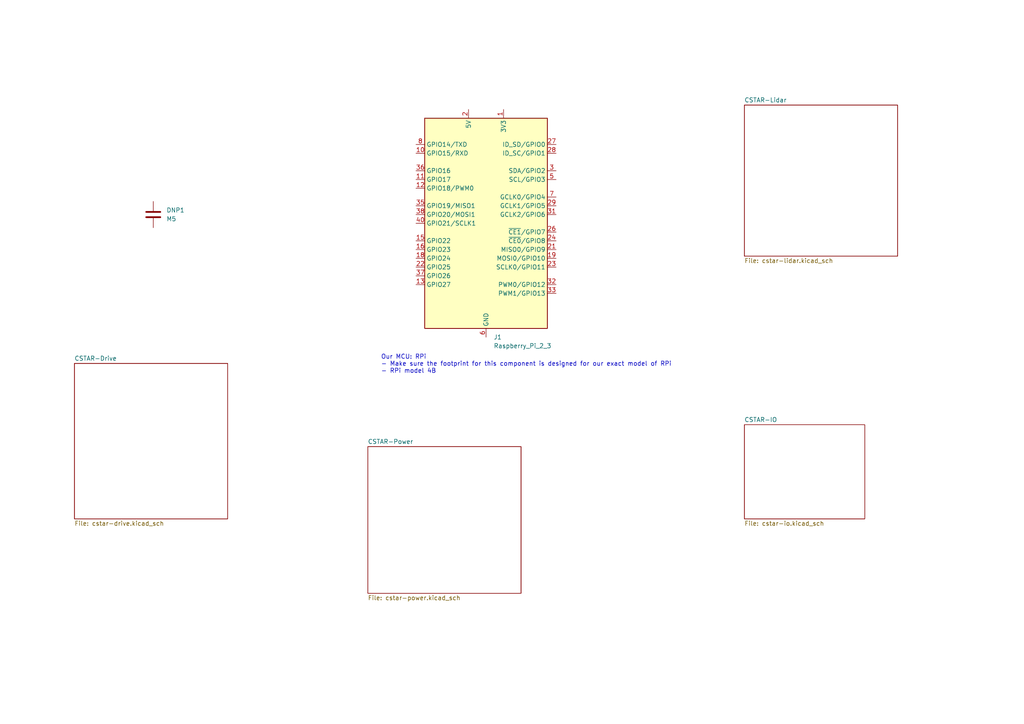
<source format=kicad_sch>
(kicad_sch (version 20231120) (generator "eeschema") (generator_version "8.0")
  (paper "A4")
  (lib_symbols
    (symbol "Connector:Raspberry_Pi_2_3"
      (property "Reference" "J" (at -17.78 31.75 0))
      (property "Value" "Raspberry_Pi_2_3" (at 10.16 -31.75 0))
      (symbol "Raspberry_Pi_2_3_0_1"
        (rectangle (start -17.78 30.48) (end 17.78 -30.48) (stroke (width 0.254)) (fill (type background)))
      )
      (symbol "Raspberry_Pi_2_3_1_1"
        (pin power_in line (at 5.08 33.02 270) (length 2.54) (name "3V3") (number "1"))
        (pin bidirectional line (at -20.32 20.32 0) (length 2.54) (name "GPIO15/RXD") (number "10"))
        (pin bidirectional line (at -20.32 12.7 0) (length 2.54) (name "GPIO17") (number "11"))
        (pin bidirectional line (at -20.32 10.16 0) (length 2.54) (name "GPIO18/PWM0") (number "12"))
        (pin bidirectional line (at -20.32 -17.78 0) (length 2.54) (name "GPIO27") (number "13"))
        (pin passive line (at 0 -33.02 90) (length 2.54) hide (name "GND") (number "14"))
        (pin bidirectional line (at -20.32 -5.08 0) (length 2.54) (name "GPIO22") (number "15"))
        (pin bidirectional line (at -20.32 -7.62 0) (length 2.54) (name "GPIO23") (number "16"))
        (pin passive line (at 5.08 33.02 270) (length 2.54) hide (name "3V3") (number "17"))
        (pin bidirectional line (at -20.32 -10.16 0) (length 2.54) (name "GPIO24") (number "18"))
        (pin bidirectional line (at 20.32 -10.16 180) (length 2.54) (name "MOSI0/GPIO10") (number "19"))
        (pin power_in line (at -5.08 33.02 270) (length 2.54) (name "5V") (number "2"))
        (pin passive line (at 0 -33.02 90) (length 2.54) hide (name "GND") (number "20"))
        (pin bidirectional line (at 20.32 -7.62 180) (length 2.54) (name "MISO0/GPIO9") (number "21"))
        (pin bidirectional line (at -20.32 -12.7 0) (length 2.54) (name "GPIO25") (number "22"))
        (pin bidirectional line (at 20.32 -12.7 180) (length 2.54) (name "SCLK0/GPIO11") (number "23"))
        (pin bidirectional line (at 20.32 -5.08 180) (length 2.54) (name "~{CE0}/GPIO8") (number "24"))
        (pin passive line (at 0 -33.02 90) (length 2.54) hide (name "GND") (number "25"))
        (pin bidirectional line (at 20.32 -2.54 180) (length 2.54) (name "~{CE1}/GPIO7") (number "26"))
        (pin bidirectional line (at 20.32 22.86 180) (length 2.54) (name "ID_SD/GPIO0") (number "27"))
        (pin bidirectional line (at 20.32 20.32 180) (length 2.54) (name "ID_SC/GPIO1") (number "28"))
        (pin bidirectional line (at 20.32 5.08 180) (length 2.54) (name "GCLK1/GPIO5") (number "29"))
        (pin bidirectional line (at 20.32 15.24 180) (length 2.54) (name "SDA/GPIO2") (number "3"))
        (pin passive line (at 0 -33.02 90) (length 2.54) hide (name "GND") (number "30"))
        (pin bidirectional line (at 20.32 2.54 180) (length 2.54) (name "GCLK2/GPIO6") (number "31"))
        (pin bidirectional line (at 20.32 -17.78 180) (length 2.54) (name "PWM0/GPIO12") (number "32"))
        (pin bidirectional line (at 20.32 -20.32 180) (length 2.54) (name "PWM1/GPIO13") (number "33"))
        (pin passive line (at 0 -33.02 90) (length 2.54) hide (name "GND") (number "34"))
        (pin bidirectional line (at -20.32 5.08 0) (length 2.54) (name "GPIO19/MISO1") (number "35"))
        (pin bidirectional line (at -20.32 15.24 0) (length 2.54) (name "GPIO16") (number "36"))
        (pin bidirectional line (at -20.32 -15.24 0) (length 2.54) (name "GPIO26") (number "37"))
        (pin bidirectional line (at -20.32 2.54 0) (length 2.54) (name "GPIO20/MOSI1") (number "38"))
        (pin passive line (at 0 -33.02 90) (length 2.54) hide (name "GND") (number "39"))
        (pin passive line (at -5.08 33.02 270) (length 2.54) hide (name "5V") (number "4"))
        (pin bidirectional line (at -20.32 0 0) (length 2.54) (name "GPIO21/SCLK1") (number "40"))
        (pin bidirectional line (at 20.32 12.7 180) (length 2.54) (name "SCL/GPIO3") (number "5"))
        (pin power_in line (at 0 -33.02 90) (length 2.54) (name "GND") (number "6"))
        (pin bidirectional line (at 20.32 7.62 180) (length 2.54) (name "GCLK0/GPIO4") (number "7"))
        (pin bidirectional line (at -20.32 22.86 0) (length 2.54) (name "GPIO14/TXD") (number "8"))
        (pin passive line (at 0 -33.02 90) (length 2.54) hide (name "GND") (number "9"))
      )
    )
    (symbol "Device:C" (pin_numbers hide) (pin_names (offset 0.254))
      (property "Reference" "C" (at 0.635 2.54 0))
      (property "Value" "C" (at 0.635 -2.54 0))
      (symbol "C_0_1"
        (polyline (pts (xy -2.032 -0.762) (xy 2.032 -0.762)) (stroke (width 0.508)))
        (polyline (pts (xy -2.032 0.762) (xy 2.032 0.762)) (stroke (width 0.508)))
      )
      (symbol "C_1_1"
        (pin passive line (at 0 3.81 270) (length 2.794) (name "~") (number "1"))
        (pin passive line (at 0 -3.81 90) (length 2.794) (name "~") (number "2"))
      )
    )
  )
  (text "Our MCU: RPi\n- Make sure the footprint for this component is designed for our exact model of RPi\n- RPi model 4B" (at 110.49 105.664 0) (effects (font (size 1.27 1.27)) (justify left)))
  (symbol (lib_id "Connector:Raspberry_Pi_2_3") (at 140.97 64.77 0) (unit 1)
    (property "Reference" "J1" (at 143.1641 97.79 0) (effects (justify left)))
    (property "Value" "Raspberry_Pi_2_3" (at 143.1641 100.33 0) (effects (justify left)))
    (property "Footprint" "Footprints:RPiConnector" (effects (hide yes)))
    (property "Datasheet" "https://www.raspberrypi.org/documentation/hardware/raspberrypi/schematics/rpi_SCH_3bplus_1p0_reduced.pdf" (effects (hide yes)))
    (property "Description" "expansion header for Raspberry Pi 2 & 3" (effects (hide yes)))
  )
  (symbol (lib_id "Device:C") (at 44.45 62.23 0) (unit 1)
    (property "Reference" "DNP1" (at 48.26 60.9599 0) (effects (justify left)))
    (property "Value" "M5" (at 48.26 63.4999 0) (effects (justify left)))
    (property "Footprint" "MountingHole:MountingHole_5.3mm_M5" (effects (hide yes)))
    (property "Description" "Unpolarized capacitor" (effects (hide yes)))
  )
  (sheet (at 21.59 105.41) (size 44.45 45.085) (stroke (width 0.1524))
    (property "Sheetname" "CSTAR-Drive" (at 21.59 104.6984 0) (effects (justify left bottom)))
    (property "Sheetfile" "cstar-drive.kicad_sch" (at 21.59 151.0796 0) (effects (justify left top)))
  )
  (sheet (at 215.9 30.48) (size 44.45 43.815) (stroke (width 0.1524))
    (property "Sheetname" "CSTAR-Lidar" (at 215.9 29.7684 0) (effects (justify left bottom)))
    (property "Sheetfile" "cstar-lidar.kicad_sch" (at 215.9 74.8796 0) (effects (justify left top)))
  )
  (sheet (at 106.68 129.54) (size 44.45 42.545) (stroke (width 0.1524))
    (property "Sheetname" "CSTAR-Power" (at 106.68 128.8284 0) (effects (justify left bottom)))
    (property "Sheetfile" "cstar-power.kicad_sch" (at 106.68 172.6696 0) (effects (justify left top)))
  )
  (sheet (at 215.9 123.19) (size 34.925 27.305) (stroke (width 0.1524))
    (property "Sheetname" "CSTAR-IO" (at 215.9 122.4784 0) (effects (justify left bottom)))
    (property "Sheetfile" "cstar-io.kicad_sch" (at 215.9 151.0796 0) (effects (justify left top)))
  )
)
</source>
